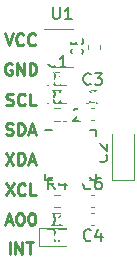
<source format=gto>
G04 #@! TF.GenerationSoftware,KiCad,Pcbnew,(5.1.12)-1*
G04 #@! TF.CreationDate,2022-10-01T18:20:28+09:00*
G04 #@! TF.ProjectId,AT,41542e6b-6963-4616-945f-706362585858,rev?*
G04 #@! TF.SameCoordinates,PX6146580PY496ed40*
G04 #@! TF.FileFunction,Legend,Top*
G04 #@! TF.FilePolarity,Positive*
%FSLAX46Y46*%
G04 Gerber Fmt 4.6, Leading zero omitted, Abs format (unit mm)*
G04 Created by KiCad (PCBNEW (5.1.12)-1) date 2022-10-01 18:20:28*
%MOMM*%
%LPD*%
G01*
G04 APERTURE LIST*
%ADD10C,0.250000*%
%ADD11C,0.120000*%
%ADD12C,0.150000*%
%ADD13O,1.900000X1.900000*%
G04 APERTURE END LIST*
D10*
X3035238Y-19352380D02*
X3035238Y-18352380D01*
X3511428Y-19352380D02*
X3511428Y-18352380D01*
X4082857Y-19352380D01*
X4082857Y-18352380D01*
X4416190Y-18352380D02*
X4987619Y-18352380D01*
X4701904Y-19352380D02*
X4701904Y-18352380D01*
X2701904Y-16566666D02*
X3178095Y-16566666D01*
X2606666Y-16852380D02*
X2940000Y-15852380D01*
X3273333Y-16852380D01*
X3797142Y-15852380D02*
X3987619Y-15852380D01*
X4082857Y-15900000D01*
X4178095Y-15995238D01*
X4225714Y-16185714D01*
X4225714Y-16519047D01*
X4178095Y-16709523D01*
X4082857Y-16804761D01*
X3987619Y-16852380D01*
X3797142Y-16852380D01*
X3701904Y-16804761D01*
X3606666Y-16709523D01*
X3559047Y-16519047D01*
X3559047Y-16185714D01*
X3606666Y-15995238D01*
X3701904Y-15900000D01*
X3797142Y-15852380D01*
X4844761Y-15852380D02*
X4940000Y-15852380D01*
X5035238Y-15900000D01*
X5082857Y-15947619D01*
X5130476Y-16042857D01*
X5178095Y-16233333D01*
X5178095Y-16471428D01*
X5130476Y-16661904D01*
X5082857Y-16757142D01*
X5035238Y-16804761D01*
X4940000Y-16852380D01*
X4844761Y-16852380D01*
X4749523Y-16804761D01*
X4701904Y-16757142D01*
X4654285Y-16661904D01*
X4606666Y-16471428D01*
X4606666Y-16233333D01*
X4654285Y-16042857D01*
X4701904Y-15947619D01*
X4749523Y-15900000D01*
X4844761Y-15852380D01*
X2701904Y-13352380D02*
X3368571Y-14352380D01*
X3368571Y-13352380D02*
X2701904Y-14352380D01*
X4320952Y-14257142D02*
X4273333Y-14304761D01*
X4130476Y-14352380D01*
X4035238Y-14352380D01*
X3892380Y-14304761D01*
X3797142Y-14209523D01*
X3749523Y-14114285D01*
X3701904Y-13923809D01*
X3701904Y-13780952D01*
X3749523Y-13590476D01*
X3797142Y-13495238D01*
X3892380Y-13400000D01*
X4035238Y-13352380D01*
X4130476Y-13352380D01*
X4273333Y-13400000D01*
X4320952Y-13447619D01*
X5225714Y-14352380D02*
X4749523Y-14352380D01*
X4749523Y-13352380D01*
X2678095Y-10752380D02*
X3344761Y-11752380D01*
X3344761Y-10752380D02*
X2678095Y-11752380D01*
X3725714Y-11752380D02*
X3725714Y-10752380D01*
X3963809Y-10752380D01*
X4106666Y-10800000D01*
X4201904Y-10895238D01*
X4249523Y-10990476D01*
X4297142Y-11180952D01*
X4297142Y-11323809D01*
X4249523Y-11514285D01*
X4201904Y-11609523D01*
X4106666Y-11704761D01*
X3963809Y-11752380D01*
X3725714Y-11752380D01*
X4678095Y-11466666D02*
X5154285Y-11466666D01*
X4582857Y-11752380D02*
X4916190Y-10752380D01*
X5249523Y-11752380D01*
X2725714Y-9204761D02*
X2868571Y-9252380D01*
X3106666Y-9252380D01*
X3201904Y-9204761D01*
X3249523Y-9157142D01*
X3297142Y-9061904D01*
X3297142Y-8966666D01*
X3249523Y-8871428D01*
X3201904Y-8823809D01*
X3106666Y-8776190D01*
X2916190Y-8728571D01*
X2820952Y-8680952D01*
X2773333Y-8633333D01*
X2725714Y-8538095D01*
X2725714Y-8442857D01*
X2773333Y-8347619D01*
X2820952Y-8300000D01*
X2916190Y-8252380D01*
X3154285Y-8252380D01*
X3297142Y-8300000D01*
X3725714Y-9252380D02*
X3725714Y-8252380D01*
X3963809Y-8252380D01*
X4106666Y-8300000D01*
X4201904Y-8395238D01*
X4249523Y-8490476D01*
X4297142Y-8680952D01*
X4297142Y-8823809D01*
X4249523Y-9014285D01*
X4201904Y-9109523D01*
X4106666Y-9204761D01*
X3963809Y-9252380D01*
X3725714Y-9252380D01*
X4678095Y-8966666D02*
X5154285Y-8966666D01*
X4582857Y-9252380D02*
X4916190Y-8252380D01*
X5249523Y-9252380D01*
X2749523Y-6704761D02*
X2892380Y-6752380D01*
X3130476Y-6752380D01*
X3225714Y-6704761D01*
X3273333Y-6657142D01*
X3320952Y-6561904D01*
X3320952Y-6466666D01*
X3273333Y-6371428D01*
X3225714Y-6323809D01*
X3130476Y-6276190D01*
X2940000Y-6228571D01*
X2844761Y-6180952D01*
X2797142Y-6133333D01*
X2749523Y-6038095D01*
X2749523Y-5942857D01*
X2797142Y-5847619D01*
X2844761Y-5800000D01*
X2940000Y-5752380D01*
X3178095Y-5752380D01*
X3320952Y-5800000D01*
X4320952Y-6657142D02*
X4273333Y-6704761D01*
X4130476Y-6752380D01*
X4035238Y-6752380D01*
X3892380Y-6704761D01*
X3797142Y-6609523D01*
X3749523Y-6514285D01*
X3701904Y-6323809D01*
X3701904Y-6180952D01*
X3749523Y-5990476D01*
X3797142Y-5895238D01*
X3892380Y-5800000D01*
X4035238Y-5752380D01*
X4130476Y-5752380D01*
X4273333Y-5800000D01*
X4320952Y-5847619D01*
X5225714Y-6752380D02*
X4749523Y-6752380D01*
X4749523Y-5752380D01*
X3178095Y-3200000D02*
X3082857Y-3152380D01*
X2940000Y-3152380D01*
X2797142Y-3200000D01*
X2701904Y-3295238D01*
X2654285Y-3390476D01*
X2606666Y-3580952D01*
X2606666Y-3723809D01*
X2654285Y-3914285D01*
X2701904Y-4009523D01*
X2797142Y-4104761D01*
X2940000Y-4152380D01*
X3035238Y-4152380D01*
X3178095Y-4104761D01*
X3225714Y-4057142D01*
X3225714Y-3723809D01*
X3035238Y-3723809D01*
X3654285Y-4152380D02*
X3654285Y-3152380D01*
X4225714Y-4152380D01*
X4225714Y-3152380D01*
X4701904Y-4152380D02*
X4701904Y-3152380D01*
X4940000Y-3152380D01*
X5082857Y-3200000D01*
X5178095Y-3295238D01*
X5225714Y-3390476D01*
X5273333Y-3580952D01*
X5273333Y-3723809D01*
X5225714Y-3914285D01*
X5178095Y-4009523D01*
X5082857Y-4104761D01*
X4940000Y-4152380D01*
X4701904Y-4152380D01*
X2606666Y-652380D02*
X2940000Y-1652380D01*
X3273333Y-652380D01*
X4178095Y-1557142D02*
X4130476Y-1604761D01*
X3987619Y-1652380D01*
X3892380Y-1652380D01*
X3749523Y-1604761D01*
X3654285Y-1509523D01*
X3606666Y-1414285D01*
X3559047Y-1223809D01*
X3559047Y-1080952D01*
X3606666Y-890476D01*
X3654285Y-795238D01*
X3749523Y-700000D01*
X3892380Y-652380D01*
X3987619Y-652380D01*
X4130476Y-700000D01*
X4178095Y-747619D01*
X5178095Y-1557142D02*
X5130476Y-1604761D01*
X4987619Y-1652380D01*
X4892380Y-1652380D01*
X4749523Y-1604761D01*
X4654285Y-1509523D01*
X4606666Y-1414285D01*
X4559047Y-1223809D01*
X4559047Y-1080952D01*
X4606666Y-890476D01*
X4654285Y-795238D01*
X4749523Y-700000D01*
X4892380Y-652380D01*
X4987619Y-652380D01*
X5130476Y-700000D01*
X5178095Y-747619D01*
D11*
G04 #@! TO.C,C6*
X9894420Y-15350000D02*
X10175580Y-15350000D01*
X9894420Y-14330000D02*
X10175580Y-14330000D01*
G04 #@! TO.C,D1*
X5535000Y-18615000D02*
X7820000Y-18615000D01*
X5535000Y-17145000D02*
X5535000Y-18615000D01*
X7820000Y-17145000D02*
X5535000Y-17145000D01*
G04 #@! TO.C,R4*
X6787742Y-15352500D02*
X7262258Y-15352500D01*
X6787742Y-14307500D02*
X7262258Y-14307500D01*
G04 #@! TO.C,R3*
X7257258Y-15837500D02*
X6782742Y-15837500D01*
X7257258Y-16882500D02*
X6782742Y-16882500D01*
G04 #@! TO.C,R2*
X6792742Y-8032500D02*
X7267258Y-8032500D01*
X6792742Y-6987500D02*
X7267258Y-6987500D01*
G04 #@! TO.C,R1*
X6792742Y-6512500D02*
X7267258Y-6512500D01*
X6792742Y-5467500D02*
X7267258Y-5467500D01*
G04 #@! TO.C,C7*
X9904420Y-8020000D02*
X10185580Y-8020000D01*
X9904420Y-7000000D02*
X10185580Y-7000000D01*
G04 #@! TO.C,C5*
X10710000Y-1930580D02*
X10710000Y-1649420D01*
X9690000Y-1930580D02*
X9690000Y-1649420D01*
G04 #@! TO.C,C4*
X10200580Y-15850000D02*
X9919420Y-15850000D01*
X10200580Y-16870000D02*
X9919420Y-16870000D01*
G04 #@! TO.C,C3*
X9909420Y-6500000D02*
X10190580Y-6500000D01*
X9909420Y-5480000D02*
X10190580Y-5480000D01*
G04 #@! TO.C,C1*
X6889420Y-4980000D02*
X7170580Y-4980000D01*
X6889420Y-3960000D02*
X7170580Y-3960000D01*
G04 #@! TO.C,C2*
X13515000Y-13070000D02*
X13515000Y-9160000D01*
X11645000Y-13070000D02*
X13515000Y-13070000D01*
X11645000Y-9160000D02*
X11645000Y-13070000D01*
D12*
G04 #@! TO.C,U2*
X10350000Y-8800000D02*
X9825000Y-8800000D01*
X10350000Y-13100000D02*
X9825000Y-13100000D01*
X6050000Y-13100000D02*
X6575000Y-13100000D01*
X6050000Y-8800000D02*
X6575000Y-8800000D01*
X10350000Y-13100000D02*
X10350000Y-12575000D01*
X6050000Y-13100000D02*
X6050000Y-12575000D01*
X10350000Y-8800000D02*
X10350000Y-9325000D01*
D11*
G04 #@! TO.C,U1*
X8350000Y-270000D02*
X5900000Y-270000D01*
X6550000Y-3490000D02*
X8350000Y-3490000D01*
G04 #@! TO.C,C6*
D12*
X9868333Y-13767142D02*
X9820714Y-13814761D01*
X9677857Y-13862380D01*
X9582619Y-13862380D01*
X9439761Y-13814761D01*
X9344523Y-13719523D01*
X9296904Y-13624285D01*
X9249285Y-13433809D01*
X9249285Y-13290952D01*
X9296904Y-13100476D01*
X9344523Y-13005238D01*
X9439761Y-12910000D01*
X9582619Y-12862380D01*
X9677857Y-12862380D01*
X9820714Y-12910000D01*
X9868333Y-12957619D01*
X10725476Y-12862380D02*
X10535000Y-12862380D01*
X10439761Y-12910000D01*
X10392142Y-12957619D01*
X10296904Y-13100476D01*
X10249285Y-13290952D01*
X10249285Y-13671904D01*
X10296904Y-13767142D01*
X10344523Y-13814761D01*
X10439761Y-13862380D01*
X10630238Y-13862380D01*
X10725476Y-13814761D01*
X10773095Y-13767142D01*
X10820714Y-13671904D01*
X10820714Y-13433809D01*
X10773095Y-13338571D01*
X10725476Y-13290952D01*
X10630238Y-13243333D01*
X10439761Y-13243333D01*
X10344523Y-13290952D01*
X10296904Y-13338571D01*
X10249285Y-13433809D01*
G04 #@! TO.C,D1*
X6281904Y-16902380D02*
X6281904Y-15902380D01*
X6520000Y-15902380D01*
X6662857Y-15950000D01*
X6758095Y-16045238D01*
X6805714Y-16140476D01*
X6853333Y-16330952D01*
X6853333Y-16473809D01*
X6805714Y-16664285D01*
X6758095Y-16759523D01*
X6662857Y-16854761D01*
X6520000Y-16902380D01*
X6281904Y-16902380D01*
X7805714Y-16902380D02*
X7234285Y-16902380D01*
X7520000Y-16902380D02*
X7520000Y-15902380D01*
X7424761Y-16045238D01*
X7329523Y-16140476D01*
X7234285Y-16188095D01*
G04 #@! TO.C,R4*
X6858333Y-13852380D02*
X6525000Y-13376190D01*
X6286904Y-13852380D02*
X6286904Y-12852380D01*
X6667857Y-12852380D01*
X6763095Y-12900000D01*
X6810714Y-12947619D01*
X6858333Y-13042857D01*
X6858333Y-13185714D01*
X6810714Y-13280952D01*
X6763095Y-13328571D01*
X6667857Y-13376190D01*
X6286904Y-13376190D01*
X7715476Y-13185714D02*
X7715476Y-13852380D01*
X7477380Y-12804761D02*
X7239285Y-13519047D01*
X7858333Y-13519047D01*
G04 #@! TO.C,R3*
X6853333Y-18242380D02*
X6520000Y-17766190D01*
X6281904Y-18242380D02*
X6281904Y-17242380D01*
X6662857Y-17242380D01*
X6758095Y-17290000D01*
X6805714Y-17337619D01*
X6853333Y-17432857D01*
X6853333Y-17575714D01*
X6805714Y-17670952D01*
X6758095Y-17718571D01*
X6662857Y-17766190D01*
X6281904Y-17766190D01*
X7186666Y-17242380D02*
X7805714Y-17242380D01*
X7472380Y-17623333D01*
X7615238Y-17623333D01*
X7710476Y-17670952D01*
X7758095Y-17718571D01*
X7805714Y-17813809D01*
X7805714Y-18051904D01*
X7758095Y-18147142D01*
X7710476Y-18194761D01*
X7615238Y-18242380D01*
X7329523Y-18242380D01*
X7234285Y-18194761D01*
X7186666Y-18147142D01*
G04 #@! TO.C,R2*
X6863333Y-6532380D02*
X6530000Y-6056190D01*
X6291904Y-6532380D02*
X6291904Y-5532380D01*
X6672857Y-5532380D01*
X6768095Y-5580000D01*
X6815714Y-5627619D01*
X6863333Y-5722857D01*
X6863333Y-5865714D01*
X6815714Y-5960952D01*
X6768095Y-6008571D01*
X6672857Y-6056190D01*
X6291904Y-6056190D01*
X7244285Y-5627619D02*
X7291904Y-5580000D01*
X7387142Y-5532380D01*
X7625238Y-5532380D01*
X7720476Y-5580000D01*
X7768095Y-5627619D01*
X7815714Y-5722857D01*
X7815714Y-5818095D01*
X7768095Y-5960952D01*
X7196666Y-6532380D01*
X7815714Y-6532380D01*
G04 #@! TO.C,R1*
X6863333Y-5012380D02*
X6530000Y-4536190D01*
X6291904Y-5012380D02*
X6291904Y-4012380D01*
X6672857Y-4012380D01*
X6768095Y-4060000D01*
X6815714Y-4107619D01*
X6863333Y-4202857D01*
X6863333Y-4345714D01*
X6815714Y-4440952D01*
X6768095Y-4488571D01*
X6672857Y-4536190D01*
X6291904Y-4536190D01*
X7815714Y-5012380D02*
X7244285Y-5012380D01*
X7530000Y-5012380D02*
X7530000Y-4012380D01*
X7434761Y-4155238D01*
X7339523Y-4250476D01*
X7244285Y-4298095D01*
G04 #@! TO.C,C7*
X9878333Y-6437142D02*
X9830714Y-6484761D01*
X9687857Y-6532380D01*
X9592619Y-6532380D01*
X9449761Y-6484761D01*
X9354523Y-6389523D01*
X9306904Y-6294285D01*
X9259285Y-6103809D01*
X9259285Y-5960952D01*
X9306904Y-5770476D01*
X9354523Y-5675238D01*
X9449761Y-5580000D01*
X9592619Y-5532380D01*
X9687857Y-5532380D01*
X9830714Y-5580000D01*
X9878333Y-5627619D01*
X10211666Y-5532380D02*
X10878333Y-5532380D01*
X10449761Y-6532380D01*
G04 #@! TO.C,C5*
X9127142Y-1956666D02*
X9174761Y-2004285D01*
X9222380Y-2147142D01*
X9222380Y-2242380D01*
X9174761Y-2385238D01*
X9079523Y-2480476D01*
X8984285Y-2528095D01*
X8793809Y-2575714D01*
X8650952Y-2575714D01*
X8460476Y-2528095D01*
X8365238Y-2480476D01*
X8270000Y-2385238D01*
X8222380Y-2242380D01*
X8222380Y-2147142D01*
X8270000Y-2004285D01*
X8317619Y-1956666D01*
X8222380Y-1051904D02*
X8222380Y-1528095D01*
X8698571Y-1575714D01*
X8650952Y-1528095D01*
X8603333Y-1432857D01*
X8603333Y-1194761D01*
X8650952Y-1099523D01*
X8698571Y-1051904D01*
X8793809Y-1004285D01*
X9031904Y-1004285D01*
X9127142Y-1051904D01*
X9174761Y-1099523D01*
X9222380Y-1194761D01*
X9222380Y-1432857D01*
X9174761Y-1528095D01*
X9127142Y-1575714D01*
G04 #@! TO.C,C4*
X9893333Y-18147142D02*
X9845714Y-18194761D01*
X9702857Y-18242380D01*
X9607619Y-18242380D01*
X9464761Y-18194761D01*
X9369523Y-18099523D01*
X9321904Y-18004285D01*
X9274285Y-17813809D01*
X9274285Y-17670952D01*
X9321904Y-17480476D01*
X9369523Y-17385238D01*
X9464761Y-17290000D01*
X9607619Y-17242380D01*
X9702857Y-17242380D01*
X9845714Y-17290000D01*
X9893333Y-17337619D01*
X10750476Y-17575714D02*
X10750476Y-18242380D01*
X10512380Y-17194761D02*
X10274285Y-17909047D01*
X10893333Y-17909047D01*
G04 #@! TO.C,C3*
X9883333Y-4917142D02*
X9835714Y-4964761D01*
X9692857Y-5012380D01*
X9597619Y-5012380D01*
X9454761Y-4964761D01*
X9359523Y-4869523D01*
X9311904Y-4774285D01*
X9264285Y-4583809D01*
X9264285Y-4440952D01*
X9311904Y-4250476D01*
X9359523Y-4155238D01*
X9454761Y-4060000D01*
X9597619Y-4012380D01*
X9692857Y-4012380D01*
X9835714Y-4060000D01*
X9883333Y-4107619D01*
X10216666Y-4012380D02*
X10835714Y-4012380D01*
X10502380Y-4393333D01*
X10645238Y-4393333D01*
X10740476Y-4440952D01*
X10788095Y-4488571D01*
X10835714Y-4583809D01*
X10835714Y-4821904D01*
X10788095Y-4917142D01*
X10740476Y-4964761D01*
X10645238Y-5012380D01*
X10359523Y-5012380D01*
X10264285Y-4964761D01*
X10216666Y-4917142D01*
G04 #@! TO.C,C1*
X6863333Y-3397142D02*
X6815714Y-3444761D01*
X6672857Y-3492380D01*
X6577619Y-3492380D01*
X6434761Y-3444761D01*
X6339523Y-3349523D01*
X6291904Y-3254285D01*
X6244285Y-3063809D01*
X6244285Y-2920952D01*
X6291904Y-2730476D01*
X6339523Y-2635238D01*
X6434761Y-2540000D01*
X6577619Y-2492380D01*
X6672857Y-2492380D01*
X6815714Y-2540000D01*
X6863333Y-2587619D01*
X7815714Y-3492380D02*
X7244285Y-3492380D01*
X7530000Y-3492380D02*
X7530000Y-2492380D01*
X7434761Y-2635238D01*
X7339523Y-2730476D01*
X7244285Y-2778095D01*
G04 #@! TO.C,C2*
X11187142Y-10926666D02*
X11234761Y-10974285D01*
X11282380Y-11117142D01*
X11282380Y-11212380D01*
X11234761Y-11355238D01*
X11139523Y-11450476D01*
X11044285Y-11498095D01*
X10853809Y-11545714D01*
X10710952Y-11545714D01*
X10520476Y-11498095D01*
X10425238Y-11450476D01*
X10330000Y-11355238D01*
X10282380Y-11212380D01*
X10282380Y-11117142D01*
X10330000Y-10974285D01*
X10377619Y-10926666D01*
X10377619Y-10545714D02*
X10330000Y-10498095D01*
X10282380Y-10402857D01*
X10282380Y-10164761D01*
X10330000Y-10069523D01*
X10377619Y-10021904D01*
X10472857Y-9974285D01*
X10568095Y-9974285D01*
X10710952Y-10021904D01*
X11282380Y-10593333D01*
X11282380Y-9974285D01*
G04 #@! TO.C,U2*
X7438095Y-7027380D02*
X7438095Y-7836904D01*
X7485714Y-7932142D01*
X7533333Y-7979761D01*
X7628571Y-8027380D01*
X7819047Y-8027380D01*
X7914285Y-7979761D01*
X7961904Y-7932142D01*
X8009523Y-7836904D01*
X8009523Y-7027380D01*
X8438095Y-7122619D02*
X8485714Y-7075000D01*
X8580952Y-7027380D01*
X8819047Y-7027380D01*
X8914285Y-7075000D01*
X8961904Y-7122619D01*
X9009523Y-7217857D01*
X9009523Y-7313095D01*
X8961904Y-7455952D01*
X8390476Y-8027380D01*
X9009523Y-8027380D01*
G04 #@! TO.C,U1*
X6688095Y1567620D02*
X6688095Y758096D01*
X6735714Y662858D01*
X6783333Y615239D01*
X6878571Y567620D01*
X7069047Y567620D01*
X7164285Y615239D01*
X7211904Y662858D01*
X7259523Y758096D01*
X7259523Y1567620D01*
X8259523Y567620D02*
X7688095Y567620D01*
X7973809Y567620D02*
X7973809Y1567620D01*
X7878571Y1424762D01*
X7783333Y1329524D01*
X7688095Y1281905D01*
G04 #@! TD*
%LPC*%
G04 #@! TO.C,C6*
G36*
G01*
X10260000Y-15140000D02*
X10260000Y-14540000D01*
G75*
G02*
X10535000Y-14265000I275000J0D01*
G01*
X11085000Y-14265000D01*
G75*
G02*
X11360000Y-14540000I0J-275000D01*
G01*
X11360000Y-15140000D01*
G75*
G02*
X11085000Y-15415000I-275000J0D01*
G01*
X10535000Y-15415000D01*
G75*
G02*
X10260000Y-15140000I0J275000D01*
G01*
G37*
G36*
G01*
X8710000Y-15140000D02*
X8710000Y-14540000D01*
G75*
G02*
X8985000Y-14265000I275000J0D01*
G01*
X9535000Y-14265000D01*
G75*
G02*
X9810000Y-14540000I0J-275000D01*
G01*
X9810000Y-15140000D01*
G75*
G02*
X9535000Y-15415000I-275000J0D01*
G01*
X8985000Y-15415000D01*
G75*
G02*
X8710000Y-15140000I0J275000D01*
G01*
G37*
G04 #@! TD*
G04 #@! TO.C,D1*
G36*
G01*
X7270000Y-18186250D02*
X7270000Y-17573750D01*
G75*
G02*
X7538750Y-17305000I268750J0D01*
G01*
X8076250Y-17305000D01*
G75*
G02*
X8345000Y-17573750I0J-268750D01*
G01*
X8345000Y-18186250D01*
G75*
G02*
X8076250Y-18455000I-268750J0D01*
G01*
X7538750Y-18455000D01*
G75*
G02*
X7270000Y-18186250I0J268750D01*
G01*
G37*
G36*
G01*
X5695000Y-18186250D02*
X5695000Y-17573750D01*
G75*
G02*
X5963750Y-17305000I268750J0D01*
G01*
X6501250Y-17305000D01*
G75*
G02*
X6770000Y-17573750I0J-268750D01*
G01*
X6770000Y-18186250D01*
G75*
G02*
X6501250Y-18455000I-268750J0D01*
G01*
X5963750Y-18455000D01*
G75*
G02*
X5695000Y-18186250I0J268750D01*
G01*
G37*
G04 #@! TD*
G04 #@! TO.C,R4*
G36*
G01*
X7350000Y-15155000D02*
X7350000Y-14505000D01*
G75*
G02*
X7600000Y-14255000I250000J0D01*
G01*
X8100000Y-14255000D01*
G75*
G02*
X8350000Y-14505000I0J-250000D01*
G01*
X8350000Y-15155000D01*
G75*
G02*
X8100000Y-15405000I-250000J0D01*
G01*
X7600000Y-15405000D01*
G75*
G02*
X7350000Y-15155000I0J250000D01*
G01*
G37*
G36*
G01*
X5700000Y-15155000D02*
X5700000Y-14505000D01*
G75*
G02*
X5950000Y-14255000I250000J0D01*
G01*
X6450000Y-14255000D01*
G75*
G02*
X6700000Y-14505000I0J-250000D01*
G01*
X6700000Y-15155000D01*
G75*
G02*
X6450000Y-15405000I-250000J0D01*
G01*
X5950000Y-15405000D01*
G75*
G02*
X5700000Y-15155000I0J250000D01*
G01*
G37*
G04 #@! TD*
G04 #@! TO.C,R3*
G36*
G01*
X6695000Y-16035000D02*
X6695000Y-16685000D01*
G75*
G02*
X6445000Y-16935000I-250000J0D01*
G01*
X5945000Y-16935000D01*
G75*
G02*
X5695000Y-16685000I0J250000D01*
G01*
X5695000Y-16035000D01*
G75*
G02*
X5945000Y-15785000I250000J0D01*
G01*
X6445000Y-15785000D01*
G75*
G02*
X6695000Y-16035000I0J-250000D01*
G01*
G37*
G36*
G01*
X8345000Y-16035000D02*
X8345000Y-16685000D01*
G75*
G02*
X8095000Y-16935000I-250000J0D01*
G01*
X7595000Y-16935000D01*
G75*
G02*
X7345000Y-16685000I0J250000D01*
G01*
X7345000Y-16035000D01*
G75*
G02*
X7595000Y-15785000I250000J0D01*
G01*
X8095000Y-15785000D01*
G75*
G02*
X8345000Y-16035000I0J-250000D01*
G01*
G37*
G04 #@! TD*
G04 #@! TO.C,R2*
G36*
G01*
X7355000Y-7835000D02*
X7355000Y-7185000D01*
G75*
G02*
X7605000Y-6935000I250000J0D01*
G01*
X8105000Y-6935000D01*
G75*
G02*
X8355000Y-7185000I0J-250000D01*
G01*
X8355000Y-7835000D01*
G75*
G02*
X8105000Y-8085000I-250000J0D01*
G01*
X7605000Y-8085000D01*
G75*
G02*
X7355000Y-7835000I0J250000D01*
G01*
G37*
G36*
G01*
X5705000Y-7835000D02*
X5705000Y-7185000D01*
G75*
G02*
X5955000Y-6935000I250000J0D01*
G01*
X6455000Y-6935000D01*
G75*
G02*
X6705000Y-7185000I0J-250000D01*
G01*
X6705000Y-7835000D01*
G75*
G02*
X6455000Y-8085000I-250000J0D01*
G01*
X5955000Y-8085000D01*
G75*
G02*
X5705000Y-7835000I0J250000D01*
G01*
G37*
G04 #@! TD*
G04 #@! TO.C,R1*
G36*
G01*
X7355000Y-6315000D02*
X7355000Y-5665000D01*
G75*
G02*
X7605000Y-5415000I250000J0D01*
G01*
X8105000Y-5415000D01*
G75*
G02*
X8355000Y-5665000I0J-250000D01*
G01*
X8355000Y-6315000D01*
G75*
G02*
X8105000Y-6565000I-250000J0D01*
G01*
X7605000Y-6565000D01*
G75*
G02*
X7355000Y-6315000I0J250000D01*
G01*
G37*
G36*
G01*
X5705000Y-6315000D02*
X5705000Y-5665000D01*
G75*
G02*
X5955000Y-5415000I250000J0D01*
G01*
X6455000Y-5415000D01*
G75*
G02*
X6705000Y-5665000I0J-250000D01*
G01*
X6705000Y-6315000D01*
G75*
G02*
X6455000Y-6565000I-250000J0D01*
G01*
X5955000Y-6565000D01*
G75*
G02*
X5705000Y-6315000I0J250000D01*
G01*
G37*
G04 #@! TD*
G04 #@! TO.C,C7*
G36*
G01*
X10270000Y-7810000D02*
X10270000Y-7210000D01*
G75*
G02*
X10545000Y-6935000I275000J0D01*
G01*
X11095000Y-6935000D01*
G75*
G02*
X11370000Y-7210000I0J-275000D01*
G01*
X11370000Y-7810000D01*
G75*
G02*
X11095000Y-8085000I-275000J0D01*
G01*
X10545000Y-8085000D01*
G75*
G02*
X10270000Y-7810000I0J275000D01*
G01*
G37*
G36*
G01*
X8720000Y-7810000D02*
X8720000Y-7210000D01*
G75*
G02*
X8995000Y-6935000I275000J0D01*
G01*
X9545000Y-6935000D01*
G75*
G02*
X9820000Y-7210000I0J-275000D01*
G01*
X9820000Y-7810000D01*
G75*
G02*
X9545000Y-8085000I-275000J0D01*
G01*
X8995000Y-8085000D01*
G75*
G02*
X8720000Y-7810000I0J275000D01*
G01*
G37*
G04 #@! TD*
G04 #@! TO.C,C5*
G36*
G01*
X10500000Y-1565000D02*
X9900000Y-1565000D01*
G75*
G02*
X9625000Y-1290000I0J275000D01*
G01*
X9625000Y-740000D01*
G75*
G02*
X9900000Y-465000I275000J0D01*
G01*
X10500000Y-465000D01*
G75*
G02*
X10775000Y-740000I0J-275000D01*
G01*
X10775000Y-1290000D01*
G75*
G02*
X10500000Y-1565000I-275000J0D01*
G01*
G37*
G36*
G01*
X10500000Y-3115000D02*
X9900000Y-3115000D01*
G75*
G02*
X9625000Y-2840000I0J275000D01*
G01*
X9625000Y-2290000D01*
G75*
G02*
X9900000Y-2015000I275000J0D01*
G01*
X10500000Y-2015000D01*
G75*
G02*
X10775000Y-2290000I0J-275000D01*
G01*
X10775000Y-2840000D01*
G75*
G02*
X10500000Y-3115000I-275000J0D01*
G01*
G37*
G04 #@! TD*
G04 #@! TO.C,C4*
G36*
G01*
X9835000Y-16060000D02*
X9835000Y-16660000D01*
G75*
G02*
X9560000Y-16935000I-275000J0D01*
G01*
X9010000Y-16935000D01*
G75*
G02*
X8735000Y-16660000I0J275000D01*
G01*
X8735000Y-16060000D01*
G75*
G02*
X9010000Y-15785000I275000J0D01*
G01*
X9560000Y-15785000D01*
G75*
G02*
X9835000Y-16060000I0J-275000D01*
G01*
G37*
G36*
G01*
X11385000Y-16060000D02*
X11385000Y-16660000D01*
G75*
G02*
X11110000Y-16935000I-275000J0D01*
G01*
X10560000Y-16935000D01*
G75*
G02*
X10285000Y-16660000I0J275000D01*
G01*
X10285000Y-16060000D01*
G75*
G02*
X10560000Y-15785000I275000J0D01*
G01*
X11110000Y-15785000D01*
G75*
G02*
X11385000Y-16060000I0J-275000D01*
G01*
G37*
G04 #@! TD*
G04 #@! TO.C,C3*
G36*
G01*
X10275000Y-6290000D02*
X10275000Y-5690000D01*
G75*
G02*
X10550000Y-5415000I275000J0D01*
G01*
X11100000Y-5415000D01*
G75*
G02*
X11375000Y-5690000I0J-275000D01*
G01*
X11375000Y-6290000D01*
G75*
G02*
X11100000Y-6565000I-275000J0D01*
G01*
X10550000Y-6565000D01*
G75*
G02*
X10275000Y-6290000I0J275000D01*
G01*
G37*
G36*
G01*
X8725000Y-6290000D02*
X8725000Y-5690000D01*
G75*
G02*
X9000000Y-5415000I275000J0D01*
G01*
X9550000Y-5415000D01*
G75*
G02*
X9825000Y-5690000I0J-275000D01*
G01*
X9825000Y-6290000D01*
G75*
G02*
X9550000Y-6565000I-275000J0D01*
G01*
X9000000Y-6565000D01*
G75*
G02*
X8725000Y-6290000I0J275000D01*
G01*
G37*
G04 #@! TD*
G04 #@! TO.C,C1*
G36*
G01*
X7255000Y-4770000D02*
X7255000Y-4170000D01*
G75*
G02*
X7530000Y-3895000I275000J0D01*
G01*
X8080000Y-3895000D01*
G75*
G02*
X8355000Y-4170000I0J-275000D01*
G01*
X8355000Y-4770000D01*
G75*
G02*
X8080000Y-5045000I-275000J0D01*
G01*
X7530000Y-5045000D01*
G75*
G02*
X7255000Y-4770000I0J275000D01*
G01*
G37*
G36*
G01*
X5705000Y-4770000D02*
X5705000Y-4170000D01*
G75*
G02*
X5980000Y-3895000I275000J0D01*
G01*
X6530000Y-3895000D01*
G75*
G02*
X6805000Y-4170000I0J-275000D01*
G01*
X6805000Y-4770000D01*
G75*
G02*
X6530000Y-5045000I-275000J0D01*
G01*
X5980000Y-5045000D01*
G75*
G02*
X5705000Y-4770000I0J275000D01*
G01*
G37*
G04 #@! TD*
G04 #@! TO.C,C2*
G36*
G01*
X13067965Y-10210000D02*
X12092035Y-10210000D01*
G75*
G02*
X11805000Y-9922965I0J287035D01*
G01*
X11805000Y-8897035D01*
G75*
G02*
X12092035Y-8610000I287035J0D01*
G01*
X13067965Y-8610000D01*
G75*
G02*
X13355000Y-8897035I0J-287035D01*
G01*
X13355000Y-9922965D01*
G75*
G02*
X13067965Y-10210000I-287035J0D01*
G01*
G37*
G36*
G01*
X13067965Y-12910000D02*
X12092035Y-12910000D01*
G75*
G02*
X11805000Y-12622965I0J287035D01*
G01*
X11805000Y-11597035D01*
G75*
G02*
X12092035Y-11310000I287035J0D01*
G01*
X13067965Y-11310000D01*
G75*
G02*
X13355000Y-11597035I0J-287035D01*
G01*
X13355000Y-12622965D01*
G75*
G02*
X13067965Y-12910000I-287035J0D01*
G01*
G37*
G04 #@! TD*
D13*
G04 #@! TO.C,J1*
X1400000Y-18880000D03*
X1400000Y-16340000D03*
X1400000Y-13800000D03*
X1400000Y-11260000D03*
X1400000Y-8720000D03*
X1400000Y-6180000D03*
X1400000Y-3640000D03*
G36*
G01*
X2350000Y-250000D02*
X2350000Y-1950000D01*
G75*
G02*
X2250000Y-2050000I-100000J0D01*
G01*
X550000Y-2050000D01*
G75*
G02*
X450000Y-1950000I0J100000D01*
G01*
X450000Y-250000D01*
G75*
G02*
X550000Y-150000I100000J0D01*
G01*
X2250000Y-150000D01*
G75*
G02*
X2350000Y-250000I0J-100000D01*
G01*
G37*
G04 #@! TD*
G04 #@! TO.C,U2*
G36*
G01*
X7075000Y-9525000D02*
X6825000Y-9525000D01*
G75*
G02*
X6700000Y-9400000I0J125000D01*
G01*
X6700000Y-8600000D01*
G75*
G02*
X6825000Y-8475000I125000J0D01*
G01*
X7075000Y-8475000D01*
G75*
G02*
X7200000Y-8600000I0J-125000D01*
G01*
X7200000Y-9400000D01*
G75*
G02*
X7075000Y-9525000I-125000J0D01*
G01*
G37*
G36*
G01*
X7575000Y-9525000D02*
X7325000Y-9525000D01*
G75*
G02*
X7200000Y-9400000I0J125000D01*
G01*
X7200000Y-8600000D01*
G75*
G02*
X7325000Y-8475000I125000J0D01*
G01*
X7575000Y-8475000D01*
G75*
G02*
X7700000Y-8600000I0J-125000D01*
G01*
X7700000Y-9400000D01*
G75*
G02*
X7575000Y-9525000I-125000J0D01*
G01*
G37*
G36*
G01*
X8075000Y-9525000D02*
X7825000Y-9525000D01*
G75*
G02*
X7700000Y-9400000I0J125000D01*
G01*
X7700000Y-8600000D01*
G75*
G02*
X7825000Y-8475000I125000J0D01*
G01*
X8075000Y-8475000D01*
G75*
G02*
X8200000Y-8600000I0J-125000D01*
G01*
X8200000Y-9400000D01*
G75*
G02*
X8075000Y-9525000I-125000J0D01*
G01*
G37*
G36*
G01*
X8575000Y-9525000D02*
X8325000Y-9525000D01*
G75*
G02*
X8200000Y-9400000I0J125000D01*
G01*
X8200000Y-8600000D01*
G75*
G02*
X8325000Y-8475000I125000J0D01*
G01*
X8575000Y-8475000D01*
G75*
G02*
X8700000Y-8600000I0J-125000D01*
G01*
X8700000Y-9400000D01*
G75*
G02*
X8575000Y-9525000I-125000J0D01*
G01*
G37*
G36*
G01*
X9075000Y-9525000D02*
X8825000Y-9525000D01*
G75*
G02*
X8700000Y-9400000I0J125000D01*
G01*
X8700000Y-8600000D01*
G75*
G02*
X8825000Y-8475000I125000J0D01*
G01*
X9075000Y-8475000D01*
G75*
G02*
X9200000Y-8600000I0J-125000D01*
G01*
X9200000Y-9400000D01*
G75*
G02*
X9075000Y-9525000I-125000J0D01*
G01*
G37*
G36*
G01*
X9575000Y-9525000D02*
X9325000Y-9525000D01*
G75*
G02*
X9200000Y-9400000I0J125000D01*
G01*
X9200000Y-8600000D01*
G75*
G02*
X9325000Y-8475000I125000J0D01*
G01*
X9575000Y-8475000D01*
G75*
G02*
X9700000Y-8600000I0J-125000D01*
G01*
X9700000Y-9400000D01*
G75*
G02*
X9575000Y-9525000I-125000J0D01*
G01*
G37*
G36*
G01*
X9625000Y-9825000D02*
X9625000Y-9575000D01*
G75*
G02*
X9750000Y-9450000I125000J0D01*
G01*
X10550000Y-9450000D01*
G75*
G02*
X10675000Y-9575000I0J-125000D01*
G01*
X10675000Y-9825000D01*
G75*
G02*
X10550000Y-9950000I-125000J0D01*
G01*
X9750000Y-9950000D01*
G75*
G02*
X9625000Y-9825000I0J125000D01*
G01*
G37*
G36*
G01*
X9625000Y-10325000D02*
X9625000Y-10075000D01*
G75*
G02*
X9750000Y-9950000I125000J0D01*
G01*
X10550000Y-9950000D01*
G75*
G02*
X10675000Y-10075000I0J-125000D01*
G01*
X10675000Y-10325000D01*
G75*
G02*
X10550000Y-10450000I-125000J0D01*
G01*
X9750000Y-10450000D01*
G75*
G02*
X9625000Y-10325000I0J125000D01*
G01*
G37*
G36*
G01*
X9625000Y-10825000D02*
X9625000Y-10575000D01*
G75*
G02*
X9750000Y-10450000I125000J0D01*
G01*
X10550000Y-10450000D01*
G75*
G02*
X10675000Y-10575000I0J-125000D01*
G01*
X10675000Y-10825000D01*
G75*
G02*
X10550000Y-10950000I-125000J0D01*
G01*
X9750000Y-10950000D01*
G75*
G02*
X9625000Y-10825000I0J125000D01*
G01*
G37*
G36*
G01*
X9625000Y-11325000D02*
X9625000Y-11075000D01*
G75*
G02*
X9750000Y-10950000I125000J0D01*
G01*
X10550000Y-10950000D01*
G75*
G02*
X10675000Y-11075000I0J-125000D01*
G01*
X10675000Y-11325000D01*
G75*
G02*
X10550000Y-11450000I-125000J0D01*
G01*
X9750000Y-11450000D01*
G75*
G02*
X9625000Y-11325000I0J125000D01*
G01*
G37*
G36*
G01*
X9625000Y-11825000D02*
X9625000Y-11575000D01*
G75*
G02*
X9750000Y-11450000I125000J0D01*
G01*
X10550000Y-11450000D01*
G75*
G02*
X10675000Y-11575000I0J-125000D01*
G01*
X10675000Y-11825000D01*
G75*
G02*
X10550000Y-11950000I-125000J0D01*
G01*
X9750000Y-11950000D01*
G75*
G02*
X9625000Y-11825000I0J125000D01*
G01*
G37*
G36*
G01*
X9625000Y-12325000D02*
X9625000Y-12075000D01*
G75*
G02*
X9750000Y-11950000I125000J0D01*
G01*
X10550000Y-11950000D01*
G75*
G02*
X10675000Y-12075000I0J-125000D01*
G01*
X10675000Y-12325000D01*
G75*
G02*
X10550000Y-12450000I-125000J0D01*
G01*
X9750000Y-12450000D01*
G75*
G02*
X9625000Y-12325000I0J125000D01*
G01*
G37*
G36*
G01*
X9575000Y-13425000D02*
X9325000Y-13425000D01*
G75*
G02*
X9200000Y-13300000I0J125000D01*
G01*
X9200000Y-12500000D01*
G75*
G02*
X9325000Y-12375000I125000J0D01*
G01*
X9575000Y-12375000D01*
G75*
G02*
X9700000Y-12500000I0J-125000D01*
G01*
X9700000Y-13300000D01*
G75*
G02*
X9575000Y-13425000I-125000J0D01*
G01*
G37*
G36*
G01*
X9075000Y-13425000D02*
X8825000Y-13425000D01*
G75*
G02*
X8700000Y-13300000I0J125000D01*
G01*
X8700000Y-12500000D01*
G75*
G02*
X8825000Y-12375000I125000J0D01*
G01*
X9075000Y-12375000D01*
G75*
G02*
X9200000Y-12500000I0J-125000D01*
G01*
X9200000Y-13300000D01*
G75*
G02*
X9075000Y-13425000I-125000J0D01*
G01*
G37*
G36*
G01*
X8575000Y-13425000D02*
X8325000Y-13425000D01*
G75*
G02*
X8200000Y-13300000I0J125000D01*
G01*
X8200000Y-12500000D01*
G75*
G02*
X8325000Y-12375000I125000J0D01*
G01*
X8575000Y-12375000D01*
G75*
G02*
X8700000Y-12500000I0J-125000D01*
G01*
X8700000Y-13300000D01*
G75*
G02*
X8575000Y-13425000I-125000J0D01*
G01*
G37*
G36*
G01*
X8075000Y-13425000D02*
X7825000Y-13425000D01*
G75*
G02*
X7700000Y-13300000I0J125000D01*
G01*
X7700000Y-12500000D01*
G75*
G02*
X7825000Y-12375000I125000J0D01*
G01*
X8075000Y-12375000D01*
G75*
G02*
X8200000Y-12500000I0J-125000D01*
G01*
X8200000Y-13300000D01*
G75*
G02*
X8075000Y-13425000I-125000J0D01*
G01*
G37*
G36*
G01*
X7575000Y-13425000D02*
X7325000Y-13425000D01*
G75*
G02*
X7200000Y-13300000I0J125000D01*
G01*
X7200000Y-12500000D01*
G75*
G02*
X7325000Y-12375000I125000J0D01*
G01*
X7575000Y-12375000D01*
G75*
G02*
X7700000Y-12500000I0J-125000D01*
G01*
X7700000Y-13300000D01*
G75*
G02*
X7575000Y-13425000I-125000J0D01*
G01*
G37*
G36*
G01*
X7075000Y-13425000D02*
X6825000Y-13425000D01*
G75*
G02*
X6700000Y-13300000I0J125000D01*
G01*
X6700000Y-12500000D01*
G75*
G02*
X6825000Y-12375000I125000J0D01*
G01*
X7075000Y-12375000D01*
G75*
G02*
X7200000Y-12500000I0J-125000D01*
G01*
X7200000Y-13300000D01*
G75*
G02*
X7075000Y-13425000I-125000J0D01*
G01*
G37*
G36*
G01*
X5725000Y-12325000D02*
X5725000Y-12075000D01*
G75*
G02*
X5850000Y-11950000I125000J0D01*
G01*
X6650000Y-11950000D01*
G75*
G02*
X6775000Y-12075000I0J-125000D01*
G01*
X6775000Y-12325000D01*
G75*
G02*
X6650000Y-12450000I-125000J0D01*
G01*
X5850000Y-12450000D01*
G75*
G02*
X5725000Y-12325000I0J125000D01*
G01*
G37*
G36*
G01*
X5725000Y-11825000D02*
X5725000Y-11575000D01*
G75*
G02*
X5850000Y-11450000I125000J0D01*
G01*
X6650000Y-11450000D01*
G75*
G02*
X6775000Y-11575000I0J-125000D01*
G01*
X6775000Y-11825000D01*
G75*
G02*
X6650000Y-11950000I-125000J0D01*
G01*
X5850000Y-11950000D01*
G75*
G02*
X5725000Y-11825000I0J125000D01*
G01*
G37*
G36*
G01*
X5725000Y-11325000D02*
X5725000Y-11075000D01*
G75*
G02*
X5850000Y-10950000I125000J0D01*
G01*
X6650000Y-10950000D01*
G75*
G02*
X6775000Y-11075000I0J-125000D01*
G01*
X6775000Y-11325000D01*
G75*
G02*
X6650000Y-11450000I-125000J0D01*
G01*
X5850000Y-11450000D01*
G75*
G02*
X5725000Y-11325000I0J125000D01*
G01*
G37*
G36*
G01*
X5725000Y-10825000D02*
X5725000Y-10575000D01*
G75*
G02*
X5850000Y-10450000I125000J0D01*
G01*
X6650000Y-10450000D01*
G75*
G02*
X6775000Y-10575000I0J-125000D01*
G01*
X6775000Y-10825000D01*
G75*
G02*
X6650000Y-10950000I-125000J0D01*
G01*
X5850000Y-10950000D01*
G75*
G02*
X5725000Y-10825000I0J125000D01*
G01*
G37*
G36*
G01*
X5725000Y-10325000D02*
X5725000Y-10075000D01*
G75*
G02*
X5850000Y-9950000I125000J0D01*
G01*
X6650000Y-9950000D01*
G75*
G02*
X6775000Y-10075000I0J-125000D01*
G01*
X6775000Y-10325000D01*
G75*
G02*
X6650000Y-10450000I-125000J0D01*
G01*
X5850000Y-10450000D01*
G75*
G02*
X5725000Y-10325000I0J125000D01*
G01*
G37*
G36*
G01*
X5725000Y-9825000D02*
X5725000Y-9575000D01*
G75*
G02*
X5850000Y-9450000I125000J0D01*
G01*
X6650000Y-9450000D01*
G75*
G02*
X6775000Y-9575000I0J-125000D01*
G01*
X6775000Y-9825000D01*
G75*
G02*
X6650000Y-9950000I-125000J0D01*
G01*
X5850000Y-9950000D01*
G75*
G02*
X5725000Y-9825000I0J125000D01*
G01*
G37*
G04 #@! TD*
G04 #@! TO.C,U1*
G36*
G01*
X7920000Y-1255000D02*
X7920000Y-605000D01*
G75*
G02*
X8020000Y-505000I100000J0D01*
G01*
X9080000Y-505000D01*
G75*
G02*
X9180000Y-605000I0J-100000D01*
G01*
X9180000Y-1255000D01*
G75*
G02*
X9080000Y-1355000I-100000J0D01*
G01*
X8020000Y-1355000D01*
G75*
G02*
X7920000Y-1255000I0J100000D01*
G01*
G37*
G36*
G01*
X7920000Y-3155000D02*
X7920000Y-2505000D01*
G75*
G02*
X8020000Y-2405000I100000J0D01*
G01*
X9080000Y-2405000D01*
G75*
G02*
X9180000Y-2505000I0J-100000D01*
G01*
X9180000Y-3155000D01*
G75*
G02*
X9080000Y-3255000I-100000J0D01*
G01*
X8020000Y-3255000D01*
G75*
G02*
X7920000Y-3155000I0J100000D01*
G01*
G37*
G36*
G01*
X5720000Y-3155000D02*
X5720000Y-2505000D01*
G75*
G02*
X5820000Y-2405000I100000J0D01*
G01*
X6880000Y-2405000D01*
G75*
G02*
X6980000Y-2505000I0J-100000D01*
G01*
X6980000Y-3155000D01*
G75*
G02*
X6880000Y-3255000I-100000J0D01*
G01*
X5820000Y-3255000D01*
G75*
G02*
X5720000Y-3155000I0J100000D01*
G01*
G37*
G36*
G01*
X5720000Y-2205000D02*
X5720000Y-1555000D01*
G75*
G02*
X5820000Y-1455000I100000J0D01*
G01*
X6880000Y-1455000D01*
G75*
G02*
X6980000Y-1555000I0J-100000D01*
G01*
X6980000Y-2205000D01*
G75*
G02*
X6880000Y-2305000I-100000J0D01*
G01*
X5820000Y-2305000D01*
G75*
G02*
X5720000Y-2205000I0J100000D01*
G01*
G37*
G36*
G01*
X5720000Y-1255000D02*
X5720000Y-605000D01*
G75*
G02*
X5820000Y-505000I100000J0D01*
G01*
X6880000Y-505000D01*
G75*
G02*
X6980000Y-605000I0J-100000D01*
G01*
X6980000Y-1255000D01*
G75*
G02*
X6880000Y-1355000I-100000J0D01*
G01*
X5820000Y-1355000D01*
G75*
G02*
X5720000Y-1255000I0J100000D01*
G01*
G37*
G04 #@! TD*
M02*

</source>
